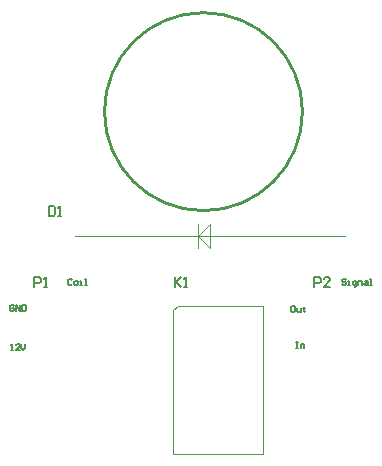
<source format=gto>
G04*
G04 #@! TF.GenerationSoftware,Altium Limited,Altium Designer,18.1.9 (240)*
G04*
G04 Layer_Color=65535*
%FSLAX44Y44*%
%MOMM*%
G71*
G01*
G75*
%ADD10C,0.2540*%
%ADD11C,0.1000*%
%ADD12C,0.1500*%
D10*
X954691Y1039426D02*
G03*
X954691Y1039426I-83820J0D01*
G01*
D11*
X849107Y875046D02*
X921497D01*
X845297Y871236D02*
X849107Y875046D01*
X845297Y749316D02*
Y871236D01*
X921497Y749316D02*
Y875046D01*
X920227Y749316D02*
X921497D01*
X845297D02*
X920227D01*
X762484Y934223D02*
X991084D01*
X866624D02*
X876784Y944383D01*
X866624Y924063D02*
Y944383D01*
X876784Y924063D02*
Y944383D01*
X866624Y934223D02*
X876784Y924063D01*
D12*
X947289Y874724D02*
X945623D01*
X944790Y873891D01*
Y870558D01*
X945623Y869725D01*
X947289D01*
X948122Y870558D01*
Y873891D01*
X947289Y874724D01*
X949789Y873058D02*
Y870558D01*
X950622Y869725D01*
X953121D01*
Y873058D01*
X955620Y873891D02*
Y873058D01*
X954787D01*
X956453D01*
X955620D01*
Y870558D01*
X956453Y869725D01*
X948898Y844599D02*
X950564D01*
X949731D01*
Y839601D01*
X948898D01*
X950564D01*
X953063D02*
Y842933D01*
X955563D01*
X956396Y842100D01*
Y839601D01*
X759502Y896826D02*
X758669Y897659D01*
X757003D01*
X756170Y896826D01*
Y893494D01*
X757003Y892661D01*
X758669D01*
X759502Y893494D01*
X762002Y892661D02*
X763668D01*
X764501Y893494D01*
Y895160D01*
X763668Y895993D01*
X762002D01*
X761169Y895160D01*
Y893494D01*
X762002Y892661D01*
X766167D02*
X767833D01*
X767000D01*
Y895993D01*
X766167D01*
X770332Y892661D02*
X771998D01*
X771165D01*
Y897659D01*
X770332D01*
X991255Y896826D02*
X990422Y897659D01*
X988756D01*
X987923Y896826D01*
Y895993D01*
X988756Y895160D01*
X990422D01*
X991255Y894327D01*
Y893494D01*
X990422Y892661D01*
X988756D01*
X987923Y893494D01*
X992921Y892661D02*
X994587D01*
X993754D01*
Y895993D01*
X992921D01*
X998753Y890995D02*
X999586D01*
X1000419Y891828D01*
Y895993D01*
X997920D01*
X997087Y895160D01*
Y893494D01*
X997920Y892661D01*
X1000419D01*
X1002085D02*
Y895993D01*
X1004584D01*
X1005417Y895160D01*
Y892661D01*
X1007916Y895993D02*
X1009583D01*
X1010416Y895160D01*
Y892661D01*
X1007916D01*
X1007083Y893494D01*
X1007916Y894327D01*
X1010416D01*
X1012082Y892661D02*
X1013748D01*
X1012915D01*
Y897659D01*
X1012082D01*
X707633Y837364D02*
X709299D01*
X708466D01*
Y842363D01*
X707633Y841530D01*
X715130Y837364D02*
X711798D01*
X715130Y840696D01*
Y841530D01*
X714297Y842363D01*
X712631D01*
X711798Y841530D01*
X716797Y842363D02*
Y839030D01*
X718463Y837364D01*
X720129Y839030D01*
Y842363D01*
X710394Y874685D02*
X709560Y875518D01*
X707894D01*
X707061Y874685D01*
Y871352D01*
X707894Y870519D01*
X709560D01*
X710394Y871352D01*
Y873019D01*
X708727D01*
X712060Y870519D02*
Y875518D01*
X715392Y870519D01*
Y875518D01*
X717058D02*
Y870519D01*
X719557D01*
X720390Y871352D01*
Y874685D01*
X719557Y875518D01*
X717058D01*
X846371Y899150D02*
Y891153D01*
Y893819D01*
X851703Y899150D01*
X847704Y895152D01*
X851703Y891153D01*
X854368D02*
X857034D01*
X855701D01*
Y899150D01*
X854368Y897817D01*
X964713Y891373D02*
Y899370D01*
X968711D01*
X970044Y898037D01*
Y895371D01*
X968711Y894038D01*
X964713D01*
X978042Y891373D02*
X972710D01*
X978042Y896704D01*
Y898037D01*
X976709Y899370D01*
X974043D01*
X972710Y898037D01*
X727796Y891373D02*
Y899370D01*
X731795D01*
X733128Y898037D01*
Y895371D01*
X731795Y894038D01*
X727796D01*
X735794Y891373D02*
X738459D01*
X737126D01*
Y899370D01*
X735794Y898037D01*
X739917Y959393D02*
Y951396D01*
X743916D01*
X745249Y952729D01*
Y958060D01*
X743916Y959393D01*
X739917D01*
X747915Y951396D02*
X750580D01*
X749248D01*
Y959393D01*
X747915Y958060D01*
M02*

</source>
